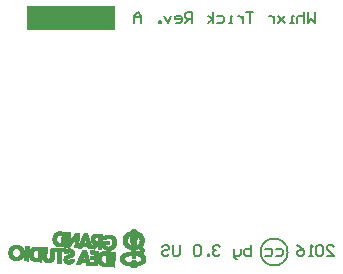
<source format=gbo>
%FSLAX24Y24*%
%MOIN*%
G70*
G01*
G75*
G04 Layer_Color=16776960*
%ADD10C,0.0620*%
%ADD11C,0.0600*%
%ADD12C,0.0200*%
%ADD13C,0.0080*%
%ADD14C,0.0079*%
%ADD15C,0.0100*%
%ADD16C,0.0700*%
%ADD17C,0.0680*%
%ADD18C,0.0005*%
%ADD19R,0.2980X0.0793*%
D13*
X8528Y-750D02*
G03*
X8528Y-750I-450J0D01*
G01*
X9825Y-870D02*
X10058D01*
X9825Y-637D01*
Y-578D01*
X9883Y-520D01*
X10000D01*
X10058Y-578D01*
X9708D02*
X9650Y-520D01*
X9533D01*
X9475Y-578D01*
Y-812D01*
X9533Y-870D01*
X9650D01*
X9708Y-812D01*
Y-578D01*
X9358Y-870D02*
X9242D01*
X9300D01*
Y-520D01*
X9358Y-578D01*
X8833Y-520D02*
X8950Y-578D01*
X9067Y-695D01*
Y-812D01*
X9008Y-870D01*
X8892D01*
X8833Y-812D01*
Y-753D01*
X8892Y-695D01*
X9067D01*
X8134Y-637D02*
X8309D01*
X8367Y-695D01*
Y-812D01*
X8309Y-870D01*
X8134D01*
X7784Y-637D02*
X7959D01*
X8017Y-695D01*
Y-812D01*
X7959Y-870D01*
X7784D01*
X7317Y-520D02*
Y-870D01*
X7142D01*
X7084Y-812D01*
Y-753D01*
Y-695D01*
X7142Y-637D01*
X7317D01*
X6967D02*
Y-812D01*
X6909Y-870D01*
X6734D01*
Y-928D01*
X6792Y-987D01*
X6851D01*
X6734Y-870D02*
Y-637D01*
X6268Y-578D02*
X6209Y-520D01*
X6093D01*
X6034Y-578D01*
Y-637D01*
X6093Y-695D01*
X6151D01*
X6093D01*
X6034Y-753D01*
Y-812D01*
X6093Y-870D01*
X6209D01*
X6268Y-812D01*
X5918Y-870D02*
Y-812D01*
X5859D01*
Y-870D01*
X5918D01*
X5626Y-578D02*
X5568Y-520D01*
X5451D01*
X5393Y-578D01*
Y-812D01*
X5451Y-870D01*
X5568D01*
X5626Y-812D01*
Y-578D01*
X4926Y-520D02*
Y-812D01*
X4868Y-870D01*
X4751D01*
X4693Y-812D01*
Y-520D01*
X4343Y-578D02*
X4401Y-520D01*
X4518D01*
X4576Y-578D01*
Y-637D01*
X4518Y-695D01*
X4401D01*
X4343Y-753D01*
Y-812D01*
X4401Y-870D01*
X4518D01*
X4576Y-812D01*
X9430Y7245D02*
Y6895D01*
X9313Y7012D01*
X9197Y6895D01*
Y7245D01*
X9080D02*
Y6895D01*
Y7070D01*
X9022Y7128D01*
X8905D01*
X8847Y7070D01*
Y6895D01*
X8730D02*
X8614D01*
X8672D01*
Y7128D01*
X8730D01*
X8439D02*
X8205Y6895D01*
X8322Y7012D01*
X8205Y7128D01*
X8439Y6895D01*
X8089Y7128D02*
Y6895D01*
Y7012D01*
X8030Y7070D01*
X7972Y7128D01*
X7914D01*
X7389Y7245D02*
X7156D01*
X7272D01*
Y6895D01*
X7039Y7128D02*
Y6895D01*
Y7012D01*
X6981Y7070D01*
X6922Y7128D01*
X6864D01*
X6689Y6895D02*
X6573D01*
X6631D01*
Y7128D01*
X6689D01*
X6164D02*
X6339D01*
X6398Y7070D01*
Y6953D01*
X6339Y6895D01*
X6164D01*
X6048D02*
Y7245D01*
Y7012D02*
X5873Y7128D01*
X6048Y7012D02*
X5873Y6895D01*
X5348D02*
Y7245D01*
X5173D01*
X5115Y7187D01*
Y7070D01*
X5173Y7012D01*
X5348D01*
X5231D02*
X5115Y6895D01*
X4823D02*
X4940D01*
X4998Y6953D01*
Y7070D01*
X4940Y7128D01*
X4823D01*
X4765Y7070D01*
Y7012D01*
X4998D01*
X4648Y7128D02*
X4532Y6895D01*
X4415Y7128D01*
X4298Y6895D02*
Y6953D01*
X4240D01*
Y6895D01*
X4298D01*
X3657D02*
Y7128D01*
X3540Y7245D01*
X3424Y7128D01*
Y6895D01*
Y7070D01*
X3657D01*
D18*
X3280Y-330D02*
X3495D01*
X3358Y-1262D02*
X3417D01*
X3344Y-1258D02*
X3435D01*
X3335Y-1253D02*
X3445D01*
X3326Y-1249D02*
X3454D01*
X3317Y-1244D02*
X3458D01*
X3312Y-1239D02*
X3463D01*
X2731Y-1235D02*
X2741D01*
X3307D02*
X3472D01*
X2672Y-1230D02*
X2741D01*
X3303D02*
X3477D01*
X2617Y-1226D02*
X2741D01*
X3298D02*
X3481D01*
X2535Y-1221D02*
X2585D01*
X2617D02*
X2741D01*
X3294D02*
X3481D01*
X2475Y-1217D02*
X2585D01*
X2617D02*
X2741D01*
X3289D02*
X3486D01*
X2402Y-1212D02*
X2585D01*
X2617D02*
X2741D01*
X3285D02*
X3490D01*
X2361Y-1207D02*
X2585D01*
X2617D02*
X2741D01*
X3285D02*
X3490D01*
X2343Y-1203D02*
X2585D01*
X2617D02*
X2741D01*
X3280D02*
X3495D01*
X2325Y-1198D02*
X2585D01*
X2617D02*
X2745D01*
X3275D02*
X3499D01*
X2142Y-1194D02*
X2178D01*
X2315D02*
X2585D01*
X2617D02*
X2745D01*
X3253D02*
X3499D01*
X2069Y-1189D02*
X2178D01*
X2302D02*
X2585D01*
X2617D02*
X2745D01*
X3211D02*
X3504D01*
X2009Y-1185D02*
X2178D01*
X2293D02*
X2585D01*
X2617D02*
X2745D01*
X3189D02*
X3527D01*
X1950Y-1180D02*
X2178D01*
X2283D02*
X2590D01*
X2617D02*
X2745D01*
X3166D02*
X3550D01*
X1872Y-1175D02*
X2178D01*
X2279D02*
X2590D01*
X2617D02*
X2745D01*
X3147D02*
X3573D01*
X1826Y-1171D02*
X2183D01*
X2270D02*
X2590D01*
X2617D02*
X2745D01*
X3129D02*
X3591D01*
X1822Y-1166D02*
X2183D01*
X2265D02*
X2590D01*
X2617D02*
X2745D01*
X3115D02*
X3605D01*
X1822Y-1162D02*
X2183D01*
X2261D02*
X2590D01*
X2617D02*
X2745D01*
X3102D02*
X3618D01*
X1822Y-1157D02*
X2183D01*
X2251D02*
X2590D01*
X2622D02*
X2745D01*
X3088D02*
X3632D01*
X1543Y-1153D02*
X1607D01*
X1817D02*
X2183D01*
X2247D02*
X2590D01*
X2622D02*
X2745D01*
X3079D02*
X3646D01*
X1479Y-1148D02*
X1607D01*
X1817D02*
X2183D01*
X2242D02*
X2590D01*
X2622D02*
X2745D01*
X3070D02*
X3655D01*
X1470Y-1143D02*
X1611D01*
X1817D02*
X2183D01*
X2238D02*
X2590D01*
X2622D02*
X2745D01*
X3061D02*
X3664D01*
X1209Y-1139D02*
X1264D01*
X1474D02*
X1611D01*
X1817D02*
X2183D01*
X2233D02*
X2590D01*
X2622D02*
X2750D01*
X3051D02*
X3673D01*
X1177Y-1134D02*
X1291D01*
X1474D02*
X1616D01*
X1813D02*
X2183D01*
X2229D02*
X2590D01*
X2622D02*
X2750D01*
X3042D02*
X3682D01*
X1159Y-1130D02*
X1305D01*
X1474D02*
X1616D01*
X1813D02*
X2183D01*
X2229D02*
X2590D01*
X2622D02*
X2750D01*
X3038D02*
X3691D01*
X1150Y-1125D02*
X1319D01*
X1479D02*
X1616D01*
X1813D02*
X2183D01*
X2224D02*
X2590D01*
X2622D02*
X2750D01*
X3029D02*
X3701D01*
X1136Y-1121D02*
X1328D01*
X1479D02*
X1621D01*
X1808D02*
X2183D01*
X2219D02*
X2594D01*
X2622D02*
X2750D01*
X3024D02*
X3705D01*
X1127Y-1116D02*
X1337D01*
X1483D02*
X1621D01*
X1808D02*
X2183D01*
X2215D02*
X2594D01*
X2622D02*
X2750D01*
X3015D02*
X3714D01*
X944Y-1111D02*
X962D01*
X1118D02*
X1346D01*
X1483D02*
X1625D01*
X1808D02*
X2183D01*
X2215D02*
X2594D01*
X2622D02*
X2750D01*
X3010D02*
X3719D01*
X880Y-1107D02*
X962D01*
X1113D02*
X1351D01*
X1488D02*
X1625D01*
X1808D02*
X2187D01*
X2210D02*
X2594D01*
X2622D02*
X2750D01*
X3006D02*
X3723D01*
X839Y-1102D02*
X962D01*
X1104D02*
X1355D01*
X1488D02*
X1625D01*
X1803D02*
X2187D01*
X2210D02*
X2439D01*
X2466D02*
X2594D01*
X2622D02*
X2750D01*
X3001D02*
X3728D01*
X834Y-1098D02*
X962D01*
X1099D02*
X1360D01*
X1493D02*
X1630D01*
X1785D02*
X2187D01*
X2206D02*
X2389D01*
X2466D02*
X2594D01*
X2626D02*
X2750D01*
X2997D02*
X3737D01*
X834Y-1093D02*
X962D01*
X1095D02*
X1365D01*
X1493D02*
X1630D01*
X1726D02*
X2187D01*
X2201D02*
X2375D01*
X2466D02*
X2594D01*
X2626D02*
X2750D01*
X2992D02*
X3742D01*
X501Y-1089D02*
X597D01*
X839D02*
X962D01*
X1090D02*
X1369D01*
X1497D02*
X1634D01*
X1653D02*
X2187D01*
X2201D02*
X2361D01*
X2466D02*
X2594D01*
X2626D02*
X2750D01*
X2987D02*
X3746D01*
X482Y-1084D02*
X615D01*
X839D02*
X962D01*
X1086D02*
X1374D01*
X1497D02*
X2187D01*
X2201D02*
X2352D01*
X2466D02*
X2594D01*
X2626D02*
X2750D01*
X2983D02*
X3266D01*
X3280D02*
X3746D01*
X469Y-1079D02*
X624D01*
X839D02*
X962D01*
X1081D02*
X1378D01*
X1502D02*
X2187D01*
X2197D02*
X2347D01*
X2466D02*
X2594D01*
X2626D02*
X2750D01*
X2978D02*
X3230D01*
X3285D02*
X3751D01*
X455Y-1075D02*
X638D01*
X839D02*
X962D01*
X1081D02*
X1383D01*
X1502D02*
X2037D01*
X2064D02*
X2187D01*
X2197D02*
X2343D01*
X2471D02*
X2594D01*
X2626D02*
X2750D01*
X2974D02*
X3202D01*
X3285D02*
X3490D01*
X3504D02*
X3755D01*
X446Y-1070D02*
X647D01*
X839D02*
X967D01*
X1077D02*
X1383D01*
X1506D02*
X1973D01*
X2069D02*
X2187D01*
X2192D02*
X2334D01*
X2471D02*
X2594D01*
X2626D02*
X2750D01*
X2974D02*
X3184D01*
X3289D02*
X3486D01*
X3522D02*
X3760D01*
X281Y-1066D02*
X318D01*
X437D02*
X652D01*
X839D02*
X967D01*
X1072D02*
X1387D01*
X1506D02*
X1922D01*
X2069D02*
X2187D01*
X2192D02*
X2329D01*
X2471D02*
X2594D01*
X2626D02*
X2754D01*
X2969D02*
X3170D01*
X3294D02*
X3481D01*
X3545D02*
X3765D01*
X222Y-1061D02*
X318D01*
X432D02*
X661D01*
X839D02*
X967D01*
X1072D02*
X1387D01*
X1511D02*
X1922D01*
X2069D02*
X2329D01*
X2471D02*
X2594D01*
X2626D02*
X2754D01*
X2965D02*
X3157D01*
X3294D02*
X3477D01*
X3559D02*
X3765D01*
X158Y-1057D02*
X318D01*
X423D02*
X665D01*
X839D02*
X967D01*
X1067D02*
X1392D01*
X1511D02*
X1922D01*
X2069D02*
X2325D01*
X2471D02*
X2594D01*
X2626D02*
X2754D01*
X2965D02*
X3147D01*
X3298D02*
X3477D01*
X3573D02*
X3769D01*
X98Y-1052D02*
X318D01*
X418D02*
X674D01*
X839D02*
X967D01*
X1067D02*
X1392D01*
X1515D02*
X1918D01*
X2069D02*
X2320D01*
X2471D02*
X2594D01*
X2626D02*
X2754D01*
X2960D02*
X3138D01*
X3303D02*
X3467D01*
X3586D02*
X3769D01*
X80Y-1047D02*
X318D01*
X414D02*
X679D01*
X839D02*
X967D01*
X1063D02*
X1397D01*
X1515D02*
X1918D01*
X2069D02*
X2320D01*
X2471D02*
X2599D01*
X2626D02*
X2754D01*
X2960D02*
X3129D01*
X3307D02*
X3463D01*
X3595D02*
X3774D01*
X62Y-1043D02*
X318D01*
X409D02*
X684D01*
X839D02*
X967D01*
X1063D02*
X1397D01*
X1520D02*
X1918D01*
X2069D02*
X2315D01*
X2471D02*
X2599D01*
X2626D02*
X2754D01*
X2955D02*
X3125D01*
X3317D02*
X3458D01*
X3605D02*
X3774D01*
X48Y-1038D02*
X318D01*
X405D02*
X688D01*
X839D02*
X967D01*
X1063D02*
X1397D01*
X1520D02*
X1913D01*
X2069D02*
X2315D01*
X2471D02*
X2599D01*
X2626D02*
X2754D01*
X2955D02*
X3115D01*
X3321D02*
X3454D01*
X3614D02*
X3778D01*
X-171Y-1034D02*
X-130D01*
X39D02*
X318D01*
X400D02*
X693D01*
X839D02*
X967D01*
X1058D02*
X1401D01*
X1525D02*
X1913D01*
X2069D02*
X2311D01*
X2471D02*
X2599D01*
X2626D02*
X2754D01*
X2951D02*
X3111D01*
X3330D02*
X3445D01*
X3618D02*
X3778D01*
X-244Y-1029D02*
X-130D01*
X30D02*
X322D01*
X396D02*
X697D01*
X843D02*
X967D01*
X1058D02*
X1209D01*
X1250D02*
X1401D01*
X1525D02*
X1913D01*
X2069D02*
X2311D01*
X2471D02*
X2599D01*
X2626D02*
X2754D01*
X2951D02*
X3106D01*
X3339D02*
X3435D01*
X3627D02*
X3778D01*
X-258Y-1025D02*
X-130D01*
X21D02*
X322D01*
X391D02*
X697D01*
X843D02*
X967D01*
X1058D02*
X1200D01*
X1255D02*
X1401D01*
X1525D02*
X1909D01*
X2069D02*
X2311D01*
X2471D02*
X2599D01*
X2631D02*
X2754D01*
X2951D02*
X3102D01*
X3349D02*
X3422D01*
X3632D02*
X3783D01*
X-258Y-1020D02*
X-130D01*
X12D02*
X322D01*
X386D02*
X702D01*
X843D02*
X967D01*
X1058D02*
X1195D01*
X1264D02*
X1401D01*
X1529D02*
X1909D01*
X2069D02*
X2306D01*
X2471D02*
X2599D01*
X2631D02*
X2754D01*
X2946D02*
X3097D01*
X3637D02*
X3783D01*
X-564Y-1015D02*
X-478D01*
X-258D02*
X-130D01*
X7D02*
X322D01*
X386D02*
X706D01*
X843D02*
X967D01*
X1058D02*
X1191D01*
X1264D02*
X1406D01*
X1529D02*
X1909D01*
X2069D02*
X2306D01*
X2471D02*
X2599D01*
X2631D02*
X2754D01*
X2946D02*
X3097D01*
X3641D02*
X3783D01*
X-587Y-1011D02*
X-455D01*
X-258D02*
X-130D01*
X-2D02*
X322D01*
X382D02*
X706D01*
X843D02*
X971D01*
X1058D02*
X1186D01*
X1269D02*
X1406D01*
X1534D02*
X1904D01*
X2069D02*
X2306D01*
X2471D02*
X2599D01*
X2631D02*
X2754D01*
X2946D02*
X3093D01*
X3641D02*
X3783D01*
X-606Y-1006D02*
X-436D01*
X-254D02*
X-130D01*
X-7D02*
X322D01*
X377D02*
X711D01*
X843D02*
X971D01*
X1054D02*
X1186D01*
X1273D02*
X1406D01*
X1534D02*
X1904D01*
X2073D02*
X2306D01*
X2475D02*
X2599D01*
X2631D02*
X2754D01*
X2946D02*
X3088D01*
X3646D02*
X3783D01*
X-619Y-1002D02*
X-427D01*
X-254D02*
X-130D01*
X-11D02*
X322D01*
X377D02*
X715D01*
X843D02*
X971D01*
X1054D02*
X1182D01*
X1273D02*
X1406D01*
X1538D02*
X1904D01*
X2073D02*
X2302D01*
X2475D02*
X2599D01*
X2631D02*
X2759D01*
X2942D02*
X3088D01*
X3646D02*
X3787D01*
X-628Y-997D02*
X-414D01*
X-254D02*
X-130D01*
X-16D02*
X322D01*
X373D02*
X715D01*
X843D02*
X971D01*
X1054D02*
X1182D01*
X1278D02*
X1406D01*
X1538D02*
X1899D01*
X2073D02*
X2302D01*
X2475D02*
X2599D01*
X2631D02*
X2759D01*
X2942D02*
X3083D01*
X3650D02*
X3787D01*
X-638Y-993D02*
X-404D01*
X-254D02*
X-130D01*
X-20D02*
X322D01*
X373D02*
X715D01*
X843D02*
X971D01*
X1054D02*
X1182D01*
X1278D02*
X1406D01*
X1543D02*
X1726D01*
X1776D02*
X1899D01*
X2059D02*
X2302D01*
X2475D02*
X2599D01*
X2631D02*
X2759D01*
X2942D02*
X3083D01*
X3650D02*
X3787D01*
X-651Y-988D02*
X-395D01*
X-254D02*
X-130D01*
X-25D02*
X322D01*
X368D02*
X720D01*
X843D02*
X971D01*
X1054D02*
X1182D01*
X1278D02*
X1406D01*
X1543D02*
X1675D01*
X1776D02*
X1899D01*
X1986D02*
X2302D01*
X2475D02*
X2603D01*
X2631D02*
X2759D01*
X2942D02*
X3083D01*
X3650D02*
X3787D01*
X-656Y-983D02*
X-386D01*
X-254D02*
X-130D01*
X-30D02*
X322D01*
X368D02*
X720D01*
X843D02*
X971D01*
X1054D02*
X1182D01*
X1278D02*
X1406D01*
X1547D02*
X1675D01*
X1771D02*
X1895D01*
X1927D02*
X2302D01*
X2475D02*
X2603D01*
X2631D02*
X2759D01*
X2942D02*
X3079D01*
X3655D02*
X3787D01*
X-665Y-979D02*
X-382D01*
X-254D02*
X-130D01*
X-34D02*
X322D01*
X368D02*
X523D01*
X565D02*
X725D01*
X843D02*
X971D01*
X1054D02*
X1182D01*
X1282D02*
X1401D01*
X1547D02*
X1680D01*
X1771D02*
X1895D01*
X1922D02*
X2302D01*
X2475D02*
X2603D01*
X2631D02*
X2759D01*
X2942D02*
X3079D01*
X3655D02*
X3787D01*
X-670Y-974D02*
X-372D01*
X-254D02*
X-126D01*
X-39D02*
X322D01*
X364D02*
X510D01*
X574D02*
X725D01*
X843D02*
X971D01*
X1054D02*
X1182D01*
X1282D02*
X1328D01*
X1552D02*
X1680D01*
X1771D02*
X1895D01*
X1922D02*
X2302D01*
X2475D02*
X2603D01*
X2631D02*
X2759D01*
X2942D02*
X3079D01*
X3655D02*
X3787D01*
X-679Y-970D02*
X-368D01*
X-254D02*
X-126D01*
X-43D02*
X327D01*
X364D02*
X505D01*
X583D02*
X725D01*
X843D02*
X971D01*
X1058D02*
X1186D01*
X1552D02*
X1680D01*
X1771D02*
X1890D01*
X1927D02*
X2302D01*
X2475D02*
X2603D01*
X2631D02*
X2759D01*
X2942D02*
X3079D01*
X3655D02*
X3787D01*
X-683Y-965D02*
X-359D01*
X-254D02*
X-126D01*
X-48D02*
X327D01*
X364D02*
X496D01*
X587D02*
X725D01*
X848D02*
X971D01*
X1058D02*
X1186D01*
X1557D02*
X1685D01*
X1767D02*
X1890D01*
X1927D02*
X2302D01*
X2475D02*
X2603D01*
X2631D02*
X2759D01*
X2942D02*
X3079D01*
X3655D02*
X3787D01*
X-692Y-961D02*
X-354D01*
X-254D02*
X-126D01*
X-48D02*
X327D01*
X359D02*
X496D01*
X592D02*
X729D01*
X848D02*
X971D01*
X1058D02*
X1191D01*
X1557D02*
X1685D01*
X1767D02*
X1890D01*
X1927D02*
X2302D01*
X2475D02*
X2603D01*
X2635D02*
X2759D01*
X2942D02*
X3079D01*
X3655D02*
X3787D01*
X-697Y-956D02*
X-350D01*
X-254D02*
X-126D01*
X-52D02*
X327D01*
X359D02*
X492D01*
X592D02*
X729D01*
X848D02*
X971D01*
X1058D02*
X1195D01*
X1561D02*
X1689D01*
X1767D02*
X1886D01*
X1927D02*
X2302D01*
X2475D02*
X2603D01*
X2635D02*
X2759D01*
X2942D02*
X3079D01*
X3650D02*
X3787D01*
X-702Y-951D02*
X-345D01*
X-254D02*
X-126D01*
X-57D02*
X327D01*
X359D02*
X492D01*
X597D02*
X729D01*
X848D02*
X971D01*
X1058D02*
X1200D01*
X1561D02*
X1689D01*
X1767D02*
X1886D01*
X1927D02*
X2302D01*
X2475D02*
X2603D01*
X2635D02*
X2759D01*
X2942D02*
X3079D01*
X3650D02*
X3787D01*
X-706Y-947D02*
X-340D01*
X-254D02*
X-126D01*
X-57D02*
X185D01*
X199D02*
X327D01*
X359D02*
X487D01*
X597D02*
X729D01*
X848D02*
X971D01*
X1058D02*
X1209D01*
X1566D02*
X1689D01*
X1767D02*
X1886D01*
X1927D02*
X2302D01*
X2475D02*
X2603D01*
X2635D02*
X2759D01*
X2942D02*
X3079D01*
X3650D02*
X3783D01*
X-711Y-942D02*
X-336D01*
X-254D02*
X-126D01*
X-62D02*
X126D01*
X199D02*
X327D01*
X359D02*
X487D01*
X601D02*
X729D01*
X848D02*
X971D01*
X1063D02*
X1218D01*
X1566D02*
X1694D01*
X1762D02*
X1881D01*
X1927D02*
X2306D01*
X2480D02*
X2603D01*
X2635D02*
X2763D01*
X2942D02*
X3079D01*
X3646D02*
X3783D01*
X-715Y-938D02*
X-331D01*
X-254D02*
X-126D01*
X-62D02*
X112D01*
X199D02*
X327D01*
X359D02*
X487D01*
X601D02*
X729D01*
X848D02*
X976D01*
X1063D02*
X1227D01*
X1570D02*
X1694D01*
X1762D02*
X1881D01*
X1927D02*
X2306D01*
X2480D02*
X2603D01*
X2635D02*
X2763D01*
X2942D02*
X3083D01*
X3646D02*
X3783D01*
X-720Y-933D02*
X-327D01*
X-249D02*
X-126D01*
X-66D02*
X98D01*
X199D02*
X327D01*
X359D02*
X482D01*
X601D02*
X734D01*
X848D02*
X976D01*
X1063D02*
X1241D01*
X1570D02*
X1694D01*
X1762D02*
X1881D01*
X1927D02*
X2306D01*
X2480D02*
X2603D01*
X2635D02*
X2763D01*
X2942D02*
X3083D01*
X3349D02*
X3426D01*
X3641D02*
X3783D01*
X-724Y-929D02*
X-322D01*
X-249D02*
X-126D01*
X-66D02*
X89D01*
X199D02*
X327D01*
X354D02*
X482D01*
X606D02*
X734D01*
X848D02*
X976D01*
X1067D02*
X1255D01*
X1575D02*
X1698D01*
X1762D02*
X1877D01*
X1927D02*
X2306D01*
X2480D02*
X2603D01*
X2635D02*
X2763D01*
X2942D02*
X3088D01*
X3349D02*
X3426D01*
X3641D02*
X3783D01*
X-729Y-924D02*
X-318D01*
X-249D02*
X-126D01*
X-71D02*
X80D01*
X204D02*
X327D01*
X354D02*
X482D01*
X606D02*
X734D01*
X848D02*
X976D01*
X1067D02*
X1269D01*
X1575D02*
X1698D01*
X1758D02*
X1877D01*
X1927D02*
X2306D01*
X2480D02*
X2603D01*
X2635D02*
X2763D01*
X2946D02*
X3088D01*
X3349D02*
X3426D01*
X3637D02*
X3778D01*
X-729Y-919D02*
X-318D01*
X-249D02*
X-126D01*
X-71D02*
X76D01*
X204D02*
X327D01*
X354D02*
X482D01*
X606D02*
X734D01*
X848D02*
X976D01*
X1072D02*
X1282D01*
X1579D02*
X1703D01*
X1758D02*
X1877D01*
X1927D02*
X2311D01*
X2480D02*
X2603D01*
X2635D02*
X2763D01*
X2946D02*
X3093D01*
X3349D02*
X3426D01*
X3632D02*
X3778D01*
X-734Y-915D02*
X-313D01*
X-249D02*
X-126D01*
X-71D02*
X71D01*
X204D02*
X327D01*
X354D02*
X482D01*
X606D02*
X734D01*
X848D02*
X976D01*
X1077D02*
X1296D01*
X1579D02*
X1703D01*
X1758D02*
X1877D01*
X1927D02*
X2311D01*
X2480D02*
X2608D01*
X2635D02*
X2763D01*
X2946D02*
X3097D01*
X3349D02*
X3426D01*
X3627D02*
X3778D01*
X-738Y-910D02*
X-308D01*
X-249D02*
X-121D01*
X-75D02*
X66D01*
X204D02*
X327D01*
X354D02*
X482D01*
X606D02*
X734D01*
X848D02*
X976D01*
X1077D02*
X1305D01*
X1579D02*
X1703D01*
X1758D02*
X1872D01*
X1931D02*
X2311D01*
X2480D02*
X2608D01*
X2635D02*
X2763D01*
X2946D02*
X3102D01*
X3349D02*
X3426D01*
X3623D02*
X3774D01*
X-743Y-906D02*
X-546D01*
X-505D02*
X-308D01*
X-249D02*
X-121D01*
X-75D02*
X62D01*
X204D02*
X332D01*
X354D02*
X482D01*
X606D02*
X734D01*
X848D02*
X976D01*
X1081D02*
X1319D01*
X1584D02*
X1707D01*
X1753D02*
X1872D01*
X1931D02*
X2315D01*
X2480D02*
X2608D01*
X2635D02*
X2763D01*
X2951D02*
X3106D01*
X3349D02*
X3426D01*
X3618D02*
X3774D01*
X-743Y-901D02*
X-564D01*
X-487D02*
X-304D01*
X-249D02*
X-121D01*
X-80D02*
X57D01*
X204D02*
X332D01*
X354D02*
X482D01*
X610D02*
X734D01*
X848D02*
X976D01*
X1086D02*
X1328D01*
X1584D02*
X1707D01*
X1753D02*
X1872D01*
X1931D02*
X2315D01*
X2480D02*
X2608D01*
X2640D02*
X2763D01*
X2951D02*
X3115D01*
X3349D02*
X3431D01*
X3614D02*
X3774D01*
X-747Y-897D02*
X-578D01*
X-473D02*
X-299D01*
X-249D02*
X-121D01*
X-80D02*
X53D01*
X204D02*
X332D01*
X354D02*
X482D01*
X610D02*
X734D01*
X848D02*
X976D01*
X1090D02*
X1337D01*
X1589D02*
X1707D01*
X1753D02*
X1867D01*
X1931D02*
X2315D01*
X2480D02*
X2608D01*
X2640D02*
X2763D01*
X2951D02*
X3120D01*
X3344D02*
X3431D01*
X3605D02*
X3769D01*
X-752Y-892D02*
X-587D01*
X-464D02*
X-299D01*
X-249D02*
X-121D01*
X-80D02*
X53D01*
X204D02*
X332D01*
X354D02*
X482D01*
X610D02*
X734D01*
X853D02*
X976D01*
X1095D02*
X1346D01*
X1589D02*
X1712D01*
X1753D02*
X1867D01*
X1931D02*
X2320D01*
X2480D02*
X2608D01*
X2640D02*
X2763D01*
X2955D02*
X3129D01*
X3344D02*
X3431D01*
X3600D02*
X3769D01*
X-752Y-887D02*
X-596D01*
X-455D02*
X-295D01*
X-249D02*
X-121D01*
X-80D02*
X48D01*
X204D02*
X332D01*
X354D02*
X482D01*
X610D02*
X734D01*
X853D02*
X976D01*
X1099D02*
X1351D01*
X1593D02*
X1712D01*
X1749D02*
X1867D01*
X1931D02*
X2320D01*
X2480D02*
X2608D01*
X2640D02*
X2763D01*
X2955D02*
X3138D01*
X3344D02*
X3431D01*
X3591D02*
X3765D01*
X-756Y-883D02*
X-601D01*
X-450D02*
X-295D01*
X-249D02*
X-121D01*
X-84D02*
X48D01*
X204D02*
X332D01*
X354D02*
X482D01*
X610D02*
X734D01*
X853D02*
X976D01*
X1104D02*
X1360D01*
X1593D02*
X1717D01*
X1749D02*
X1863D01*
X1931D02*
X2325D01*
X2480D02*
X2608D01*
X2640D02*
X2763D01*
X2960D02*
X3152D01*
X3344D02*
X3431D01*
X3582D02*
X3765D01*
X-756Y-878D02*
X-606D01*
X-446D02*
X-290D01*
X-249D02*
X-121D01*
X-84D02*
X44D01*
X204D02*
X332D01*
X359D02*
X482D01*
X610D02*
X734D01*
X853D02*
X976D01*
X1109D02*
X1365D01*
X1598D02*
X1717D01*
X1749D02*
X1863D01*
X1931D02*
X2023D01*
X2078D02*
X2325D01*
X2480D02*
X2608D01*
X2640D02*
X2763D01*
X2960D02*
X3166D01*
X3344D02*
X3431D01*
X3573D02*
X3760D01*
X-761Y-874D02*
X-615D01*
X-436D02*
X-290D01*
X-249D02*
X-121D01*
X-84D02*
X44D01*
X204D02*
X332D01*
X359D02*
X482D01*
X610D02*
X738D01*
X853D02*
X981D01*
X1118D02*
X1369D01*
X1598D02*
X1717D01*
X1749D02*
X1863D01*
X1931D02*
X1950D01*
X2078D02*
X2329D01*
X2480D02*
X2608D01*
X2640D02*
X2763D01*
X2965D02*
X3179D01*
X3344D02*
X3431D01*
X3563D02*
X3755D01*
X-761Y-869D02*
X-619D01*
X-432D02*
X-286D01*
X-244D02*
X-121D01*
X-84D02*
X44D01*
X204D02*
X332D01*
X359D02*
X482D01*
X610D02*
X738D01*
X853D02*
X981D01*
X1122D02*
X1374D01*
X1602D02*
X1721D01*
X1744D02*
X1858D01*
X2082D02*
X2334D01*
X2485D02*
X2608D01*
X2640D02*
X2768D01*
X2965D02*
X3198D01*
X3344D02*
X3431D01*
X3550D02*
X3755D01*
X-766Y-865D02*
X-624D01*
X-427D02*
X-286D01*
X-244D02*
X-121D01*
X-84D02*
X39D01*
X208D02*
X332D01*
X359D02*
X482D01*
X610D02*
X738D01*
X853D02*
X981D01*
X1131D02*
X1378D01*
X1602D02*
X1721D01*
X1744D02*
X1858D01*
X2082D02*
X2338D01*
X2485D02*
X2608D01*
X2640D02*
X2768D01*
X2969D02*
X3221D01*
X3344D02*
X3431D01*
X3536D02*
X3751D01*
X-766Y-860D02*
X-624D01*
X-427D02*
X-281D01*
X-244D02*
X-121D01*
X-89D02*
X39D01*
X208D02*
X332D01*
X359D02*
X487D01*
X610D02*
X738D01*
X853D02*
X981D01*
X1141D02*
X1383D01*
X1607D02*
X1726D01*
X1744D02*
X1858D01*
X2082D02*
X2343D01*
X2485D02*
X2608D01*
X2640D02*
X2768D01*
X2974D02*
X3248D01*
X3344D02*
X3431D01*
X3518D02*
X3746D01*
X-766Y-855D02*
X-628D01*
X-423D02*
X-281D01*
X-244D02*
X-121D01*
X-89D02*
X39D01*
X208D02*
X332D01*
X359D02*
X487D01*
X610D02*
X738D01*
X853D02*
X981D01*
X1150D02*
X1387D01*
X1607D02*
X1726D01*
X1744D02*
X1854D01*
X2082D02*
X2347D01*
X2485D02*
X2608D01*
X2640D02*
X2768D01*
X2974D02*
X3285D01*
X3339D02*
X3431D01*
X3495D02*
X3742D01*
X-770Y-851D02*
X-633D01*
X-418D02*
X-281D01*
X-244D02*
X-116D01*
X-89D02*
X39D01*
X208D02*
X332D01*
X359D02*
X487D01*
X610D02*
X738D01*
X853D02*
X981D01*
X1159D02*
X1387D01*
X1611D02*
X1726D01*
X1744D02*
X1854D01*
X2082D02*
X2352D01*
X2485D02*
X2613D01*
X2640D02*
X2768D01*
X2978D02*
X3435D01*
X3454D02*
X3737D01*
X-770Y-846D02*
X-638D01*
X-414D02*
X-276D01*
X-244D02*
X-116D01*
X-89D02*
X39D01*
X208D02*
X332D01*
X359D02*
X487D01*
X610D02*
X738D01*
X853D02*
X981D01*
X1173D02*
X1392D01*
X1611D02*
X1730D01*
X1739D02*
X1854D01*
X2082D02*
X2361D01*
X2485D02*
X2613D01*
X2640D02*
X2768D01*
X2983D02*
X3733D01*
X-770Y-842D02*
X-638D01*
X-414D02*
X-276D01*
X-244D02*
X-116D01*
X-89D02*
X39D01*
X208D02*
X332D01*
X359D02*
X487D01*
X610D02*
X738D01*
X853D02*
X981D01*
X1182D02*
X1397D01*
X1616D02*
X1730D01*
X1739D02*
X1849D01*
X2082D02*
X2366D01*
X2485D02*
X2613D01*
X2640D02*
X2768D01*
X2987D02*
X3728D01*
X-775Y-837D02*
X-642D01*
X-409D02*
X-276D01*
X-244D02*
X-116D01*
X-89D02*
X34D01*
X208D02*
X332D01*
X359D02*
X487D01*
X610D02*
X738D01*
X853D02*
X981D01*
X1195D02*
X1397D01*
X1616D02*
X1730D01*
X1739D02*
X1849D01*
X2082D02*
X2379D01*
X2485D02*
X2613D01*
X2640D02*
X2768D01*
X2992D02*
X3723D01*
X-775Y-833D02*
X-642D01*
X-409D02*
X-272D01*
X-244D02*
X-116D01*
X-89D02*
X34D01*
X208D02*
X336D01*
X359D02*
X487D01*
X615D02*
X738D01*
X857D02*
X981D01*
X1209D02*
X1401D01*
X1621D02*
X1735D01*
X1739D02*
X1849D01*
X2082D02*
X2206D01*
X2210D02*
X2398D01*
X2453D02*
X2613D01*
X2640D02*
X2768D01*
X2997D02*
X3714D01*
X-775Y-828D02*
X-647D01*
X-404D02*
X-272D01*
X-244D02*
X-116D01*
X-89D02*
X34D01*
X208D02*
X336D01*
X359D02*
X487D01*
X615D02*
X738D01*
X857D02*
X981D01*
X1223D02*
X1401D01*
X1621D02*
X1845D01*
X2082D02*
X2206D01*
X2210D02*
X2613D01*
X2645D02*
X2768D01*
X3001D02*
X3710D01*
X-779Y-823D02*
X-647D01*
X-404D02*
X-272D01*
X-244D02*
X-116D01*
X-89D02*
X34D01*
X208D02*
X336D01*
X359D02*
X487D01*
X615D02*
X738D01*
X857D02*
X981D01*
X1232D02*
X1406D01*
X1625D02*
X1845D01*
X2082D02*
X2206D01*
X2215D02*
X2613D01*
X2645D02*
X2768D01*
X3006D02*
X3701D01*
X-779Y-819D02*
X-651D01*
X-400D02*
X-272D01*
X-244D02*
X-116D01*
X-89D02*
X34D01*
X208D02*
X336D01*
X364D02*
X487D01*
X615D02*
X738D01*
X857D02*
X981D01*
X1246D02*
X1406D01*
X1625D02*
X1845D01*
X2082D02*
X2206D01*
X2219D02*
X2613D01*
X2645D02*
X2768D01*
X3015D02*
X3691D01*
X-779Y-814D02*
X-651D01*
X-400D02*
X-267D01*
X-244D02*
X-116D01*
X-89D02*
X34D01*
X208D02*
X336D01*
X364D02*
X487D01*
X615D02*
X743D01*
X857D02*
X981D01*
X1255D02*
X1406D01*
X1630D02*
X1840D01*
X2082D02*
X2206D01*
X2219D02*
X2613D01*
X2645D02*
X2768D01*
X3019D02*
X3682D01*
X-779Y-810D02*
X-651D01*
X-400D02*
X-267D01*
X-240D02*
X-116D01*
X-89D02*
X34D01*
X208D02*
X336D01*
X364D02*
X487D01*
X615D02*
X743D01*
X857D02*
X981D01*
X1264D02*
X1410D01*
X1630D02*
X1840D01*
X2082D02*
X2206D01*
X2224D02*
X2613D01*
X2645D02*
X2768D01*
X3029D02*
X3678D01*
X-779Y-805D02*
X-656D01*
X-395D02*
X-267D01*
X-240D02*
X-116D01*
X-89D02*
X34D01*
X208D02*
X336D01*
X364D02*
X487D01*
X615D02*
X743D01*
X857D02*
X985D01*
X1269D02*
X1410D01*
X1630D02*
X1840D01*
X2050D02*
X2206D01*
X2229D02*
X2613D01*
X2645D02*
X2773D01*
X3033D02*
X3664D01*
X-784Y-801D02*
X-656D01*
X-395D02*
X-267D01*
X-240D02*
X-116D01*
X-89D02*
X34D01*
X208D02*
X336D01*
X364D02*
X487D01*
X615D02*
X743D01*
X857D02*
X985D01*
X1273D02*
X1410D01*
X1634D02*
X1835D01*
X1986D02*
X2206D01*
X2229D02*
X2613D01*
X2645D02*
X2773D01*
X3042D02*
X3659D01*
X-784Y-796D02*
X-656D01*
X-395D02*
X-267D01*
X-240D02*
X-116D01*
X-89D02*
X39D01*
X208D02*
X336D01*
X364D02*
X487D01*
X615D02*
X743D01*
X857D02*
X985D01*
X1278D02*
X1410D01*
X1634D02*
X1835D01*
X1931D02*
X2206D01*
X2233D02*
X2613D01*
X2645D02*
X2773D01*
X3051D02*
X3664D01*
X-784Y-791D02*
X-656D01*
X-395D02*
X-267D01*
X-240D02*
X-116D01*
X-89D02*
X39D01*
X213D02*
X336D01*
X364D02*
X487D01*
X615D02*
X743D01*
X857D02*
X985D01*
X1282D02*
X1410D01*
X1639D02*
X1835D01*
X1931D02*
X2206D01*
X2238D02*
X2617D01*
X2645D02*
X2773D01*
X3061D02*
X3669D01*
X-784Y-787D02*
X-656D01*
X-391D02*
X-267D01*
X-240D02*
X-116D01*
X-89D02*
X39D01*
X213D02*
X336D01*
X364D02*
X492D01*
X615D02*
X743D01*
X857D02*
X985D01*
X1282D02*
X1415D01*
X1639D02*
X1831D01*
X1931D02*
X2206D01*
X2242D02*
X2617D01*
X2645D02*
X2773D01*
X3070D02*
X3678D01*
X-784Y-782D02*
X-656D01*
X-391D02*
X-263D01*
X-240D02*
X-116D01*
X-89D02*
X39D01*
X213D02*
X336D01*
X364D02*
X492D01*
X615D02*
X743D01*
X857D02*
X985D01*
X1287D02*
X1415D01*
X1643D02*
X1831D01*
X1931D02*
X2206D01*
X2247D02*
X2617D01*
X2645D02*
X2773D01*
X3083D02*
X3682D01*
X-784Y-778D02*
X-656D01*
X-391D02*
X-263D01*
X-240D02*
X-112D01*
X-89D02*
X39D01*
X213D02*
X336D01*
X364D02*
X492D01*
X615D02*
X743D01*
X857D02*
X985D01*
X1186D02*
X1200D01*
X1287D02*
X1415D01*
X1643D02*
X1831D01*
X1931D02*
X2210D01*
X2251D02*
X2617D01*
X2645D02*
X2773D01*
X3097D02*
X3691D01*
X-784Y-773D02*
X-656D01*
X-391D02*
X-263D01*
X-240D02*
X-112D01*
X-89D02*
X39D01*
X213D02*
X341D01*
X364D02*
X492D01*
X615D02*
X743D01*
X857D02*
X985D01*
X1113D02*
X1200D01*
X1287D02*
X1415D01*
X1648D02*
X1831D01*
X1936D02*
X2210D01*
X2256D02*
X2617D01*
X2645D02*
X2773D01*
X3111D02*
X3696D01*
X-784Y-769D02*
X-660D01*
X-391D02*
X-263D01*
X-240D02*
X-112D01*
X-89D02*
X39D01*
X213D02*
X341D01*
X364D02*
X492D01*
X619D02*
X743D01*
X857D02*
X985D01*
X1072D02*
X1200D01*
X1287D02*
X1415D01*
X1648D02*
X1826D01*
X1936D02*
X2210D01*
X2261D02*
X2617D01*
X2645D02*
X2773D01*
X3125D02*
X3701D01*
X-784Y-764D02*
X-660D01*
X-391D02*
X-263D01*
X-240D02*
X-112D01*
X-84D02*
X44D01*
X213D02*
X341D01*
X364D02*
X492D01*
X619D02*
X743D01*
X857D02*
X985D01*
X1072D02*
X1205D01*
X1287D02*
X1410D01*
X1653D02*
X1826D01*
X1936D02*
X2210D01*
X2270D02*
X2617D01*
X2649D02*
X2773D01*
X3143D02*
X3705D01*
X-784Y-759D02*
X-656D01*
X-391D02*
X-263D01*
X-240D02*
X-112D01*
X-84D02*
X44D01*
X213D02*
X341D01*
X364D02*
X492D01*
X619D02*
X743D01*
X862D02*
X985D01*
X1077D02*
X1205D01*
X1282D02*
X1410D01*
X1653D02*
X1826D01*
X1936D02*
X2210D01*
X2274D02*
X2617D01*
X2649D02*
X2773D01*
X3175D02*
X3710D01*
X-784Y-755D02*
X-656D01*
X-391D02*
X-263D01*
X-240D02*
X-112D01*
X-84D02*
X44D01*
X213D02*
X341D01*
X364D02*
X492D01*
X619D02*
X743D01*
X862D02*
X985D01*
X1077D02*
X1205D01*
X1282D02*
X1410D01*
X1657D02*
X1822D01*
X1936D02*
X2210D01*
X2279D02*
X2617D01*
X2649D02*
X2773D01*
X3202D02*
X3714D01*
X-784Y-750D02*
X-656D01*
X-391D02*
X-263D01*
X-240D02*
X-112D01*
X-84D02*
X48D01*
X213D02*
X341D01*
X364D02*
X492D01*
X619D02*
X747D01*
X862D02*
X985D01*
X1077D02*
X1209D01*
X1278D02*
X1410D01*
X1657D02*
X1822D01*
X1936D02*
X2210D01*
X2288D02*
X2617D01*
X2649D02*
X2773D01*
X3243D02*
X3714D01*
X-784Y-746D02*
X-656D01*
X-391D02*
X-263D01*
X-240D02*
X-112D01*
X-84D02*
X48D01*
X213D02*
X341D01*
X368D02*
X492D01*
X619D02*
X747D01*
X862D02*
X985D01*
X1077D02*
X1214D01*
X1273D02*
X1410D01*
X1662D02*
X1822D01*
X1936D02*
X2210D01*
X2297D02*
X2617D01*
X2649D02*
X2773D01*
X3285D02*
X3719D01*
X-784Y-741D02*
X-656D01*
X-391D02*
X-263D01*
X-240D02*
X-112D01*
X-84D02*
X48D01*
X213D02*
X341D01*
X368D02*
X492D01*
X619D02*
X747D01*
X862D02*
X990D01*
X1077D02*
X1218D01*
X1269D02*
X1406D01*
X1662D02*
X1817D01*
X1936D02*
X2210D01*
X2306D02*
X2617D01*
X2649D02*
X2750D01*
X3321D02*
X3723D01*
X-784Y-737D02*
X-656D01*
X-391D02*
X-267D01*
X-235D02*
X-112D01*
X-80D02*
X53D01*
X213D02*
X341D01*
X368D02*
X492D01*
X619D02*
X747D01*
X862D02*
X990D01*
X1058D02*
X1227D01*
X1255D02*
X1406D01*
X1666D02*
X1817D01*
X1936D02*
X2210D01*
X2315D02*
X2617D01*
X2649D02*
X2677D01*
X3326D02*
X3723D01*
X-784Y-732D02*
X-656D01*
X-391D02*
X-267D01*
X-235D02*
X-112D01*
X-80D02*
X53D01*
X213D02*
X341D01*
X368D02*
X492D01*
X619D02*
X747D01*
X862D02*
X990D01*
X994D02*
X1406D01*
X1666D02*
X1817D01*
X1936D02*
X2210D01*
X2325D02*
X2613D01*
X3326D02*
X3728D01*
X-784Y-727D02*
X-656D01*
X-395D02*
X-267D01*
X-235D02*
X-112D01*
X-80D02*
X57D01*
X217D02*
X341D01*
X368D02*
X496D01*
X619D02*
X747D01*
X862D02*
X1401D01*
X1671D02*
X1813D01*
X1936D02*
X2210D01*
X2343D02*
X2539D01*
X3326D02*
X3445D01*
X3463D02*
X3728D01*
X-779Y-723D02*
X-651D01*
X-395D02*
X-267D01*
X-235D02*
X-112D01*
X-75D02*
X57D01*
X217D02*
X341D01*
X368D02*
X496D01*
X619D02*
X747D01*
X862D02*
X1401D01*
X1671D02*
X1813D01*
X1936D02*
X2210D01*
X2361D02*
X2480D01*
X3326D02*
X3445D01*
X3499D02*
X3733D01*
X-779Y-718D02*
X-651D01*
X-395D02*
X-267D01*
X-235D02*
X-112D01*
X-75D02*
X62D01*
X217D02*
X341D01*
X368D02*
X496D01*
X619D02*
X747D01*
X798D02*
X1401D01*
X1675D02*
X1813D01*
X1936D02*
X2215D01*
X3326D02*
X3445D01*
X3527D02*
X3733D01*
X-779Y-714D02*
X-651D01*
X-395D02*
X-267D01*
X-235D02*
X-107D01*
X-75D02*
X66D01*
X217D02*
X341D01*
X368D02*
X496D01*
X619D02*
X747D01*
X766D02*
X1397D01*
X1675D02*
X1808D01*
X1936D02*
X2215D01*
X3326D02*
X3445D01*
X3550D02*
X3733D01*
X-779Y-709D02*
X-647D01*
X-400D02*
X-272D01*
X-235D02*
X-107D01*
X-71D02*
X71D01*
X217D02*
X341D01*
X368D02*
X496D01*
X624D02*
X747D01*
X766D02*
X1392D01*
X1680D02*
X1808D01*
X1941D02*
X2215D01*
X3326D02*
X3445D01*
X3563D02*
X3737D01*
X-779Y-705D02*
X-647D01*
X-400D02*
X-272D01*
X-235D02*
X-107D01*
X-71D02*
X76D01*
X217D02*
X341D01*
X368D02*
X496D01*
X624D02*
X747D01*
X766D02*
X1086D01*
X1090D02*
X1392D01*
X1680D02*
X1808D01*
X1941D02*
X2210D01*
X3326D02*
X3445D01*
X3577D02*
X3737D01*
X-779Y-700D02*
X-647D01*
X-400D02*
X-272D01*
X-235D02*
X-107D01*
X-71D02*
X80D01*
X217D02*
X345D01*
X368D02*
X496D01*
X624D02*
X747D01*
X766D02*
X1086D01*
X1095D02*
X1387D01*
X1685D02*
X1803D01*
X1941D02*
X2146D01*
X3321D02*
X3445D01*
X3586D02*
X3737D01*
X-775Y-695D02*
X-642D01*
X-404D02*
X-272D01*
X-235D02*
X-107D01*
X-66D02*
X85D01*
X217D02*
X345D01*
X368D02*
X496D01*
X624D02*
X747D01*
X766D02*
X1090D01*
X1095D02*
X1383D01*
X1685D02*
X1803D01*
X1941D02*
X2087D01*
X3321D02*
X3445D01*
X3595D02*
X3737D01*
X-775Y-691D02*
X-642D01*
X-404D02*
X-272D01*
X-235D02*
X-107D01*
X-66D02*
X89D01*
X217D02*
X345D01*
X368D02*
X496D01*
X624D02*
X747D01*
X766D02*
X1090D01*
X1099D02*
X1383D01*
X1685D02*
X1803D01*
X1941D02*
X2014D01*
X3321D02*
X3449D01*
X3600D02*
X3737D01*
X-775Y-686D02*
X-638D01*
X-409D02*
X-276D01*
X-235D02*
X-107D01*
X-62D02*
X98D01*
X217D02*
X345D01*
X368D02*
X496D01*
X624D02*
X747D01*
X766D02*
X1090D01*
X1104D02*
X1378D01*
X1689D02*
X1799D01*
X1941D02*
X1950D01*
X3321D02*
X3449D01*
X3605D02*
X3737D01*
X-770Y-682D02*
X-633D01*
X-409D02*
X-276D01*
X-235D02*
X-107D01*
X-62D02*
X108D01*
X217D02*
X345D01*
X373D02*
X496D01*
X624D02*
X747D01*
X766D02*
X1090D01*
X1109D02*
X1374D01*
X1689D02*
X1799D01*
X3321D02*
X3449D01*
X3605D02*
X3737D01*
X-770Y-677D02*
X-633D01*
X-414D02*
X-276D01*
X-235D02*
X-107D01*
X-57D02*
X126D01*
X199D02*
X345D01*
X373D02*
X496D01*
X624D02*
X752D01*
X766D02*
X1090D01*
X1113D02*
X1369D01*
X1694D02*
X1799D01*
X2530D02*
X2585D01*
X3321D02*
X3449D01*
X3605D02*
X3737D01*
X-770Y-673D02*
X-628D01*
X-418D02*
X-281D01*
X-231D02*
X-107D01*
X-57D02*
X345D01*
X373D02*
X496D01*
X624D02*
X752D01*
X766D02*
X1090D01*
X1118D02*
X1365D01*
X1694D02*
X1753D01*
X2503D02*
X2613D01*
X3321D02*
X3449D01*
X3605D02*
X3737D01*
X-766Y-668D02*
X-624D01*
X-418D02*
X-281D01*
X-231D02*
X-107D01*
X-52D02*
X345D01*
X373D02*
X496D01*
X624D02*
X752D01*
X770D02*
X1090D01*
X1122D02*
X1355D01*
X2480D02*
X2631D01*
X3321D02*
X3449D01*
X3605D02*
X3733D01*
X-766Y-663D02*
X-619D01*
X-423D02*
X-286D01*
X-231D02*
X-107D01*
X-48D02*
X345D01*
X373D02*
X501D01*
X624D02*
X752D01*
X770D02*
X1090D01*
X1127D02*
X1351D01*
X2466D02*
X2645D01*
X3321D02*
X3449D01*
X3600D02*
X3733D01*
X-761Y-659D02*
X-619D01*
X-427D02*
X-286D01*
X-231D02*
X-107D01*
X-48D02*
X345D01*
X373D02*
X501D01*
X624D02*
X752D01*
X770D02*
X1090D01*
X1131D02*
X1346D01*
X2453D02*
X2658D01*
X3321D02*
X3449D01*
X3595D02*
X3733D01*
X-761Y-654D02*
X-615D01*
X-432D02*
X-286D01*
X-231D02*
X-107D01*
X-43D02*
X345D01*
X373D02*
X501D01*
X624D02*
X752D01*
X770D02*
X1090D01*
X1141D02*
X1337D01*
X2443D02*
X2667D01*
X3317D02*
X3454D01*
X3591D02*
X3733D01*
X-756Y-650D02*
X-606D01*
X-436D02*
X-290D01*
X-231D02*
X-107D01*
X-39D02*
X345D01*
X373D02*
X501D01*
X624D02*
X752D01*
X770D02*
X1090D01*
X1145D02*
X1328D01*
X2274D02*
X2311D01*
X2434D02*
X2677D01*
X3289D02*
X3472D01*
X3586D02*
X3728D01*
X-756Y-645D02*
X-601D01*
X-441D02*
X-290D01*
X-231D02*
X-107D01*
X-39D02*
X345D01*
X373D02*
X501D01*
X624D02*
X752D01*
X770D02*
X1090D01*
X1154D02*
X1319D01*
X2201D02*
X2311D01*
X2425D02*
X2686D01*
X3266D02*
X3495D01*
X3582D02*
X3728D01*
X-752Y-641D02*
X-596D01*
X-450D02*
X-295D01*
X-231D02*
X-103D01*
X-34D02*
X345D01*
X373D02*
X501D01*
X624D02*
X752D01*
X770D02*
X1090D01*
X1168D02*
X1310D01*
X2192D02*
X2311D01*
X2416D02*
X2695D01*
X3253D02*
X3509D01*
X3573D02*
X3723D01*
X-752Y-636D02*
X-587D01*
X-455D02*
X-295D01*
X-231D02*
X-103D01*
X-30D02*
X350D01*
X373D02*
X501D01*
X629D02*
X752D01*
X770D02*
X1095D01*
X1182D02*
X1291D01*
X2069D02*
X2078D01*
X2192D02*
X2311D01*
X2411D02*
X2704D01*
X3239D02*
X3522D01*
X3568D02*
X3723D01*
X-747Y-631D02*
X-583D01*
X-464D02*
X-299D01*
X-231D02*
X-103D01*
X-25D02*
X350D01*
X373D02*
X501D01*
X629D02*
X752D01*
X770D02*
X1095D01*
X1200D02*
X1273D01*
X2005D02*
X2082D01*
X2192D02*
X2311D01*
X2402D02*
X2709D01*
X3225D02*
X3536D01*
X3563D02*
X3719D01*
X-747Y-627D02*
X-569D01*
X-473D02*
X-304D01*
X-231D02*
X-103D01*
X-20D02*
X350D01*
X373D02*
X501D01*
X629D02*
X752D01*
X770D02*
X1090D01*
X1945D02*
X2082D01*
X2192D02*
X2311D01*
X2398D02*
X2713D01*
X3216D02*
X3545D01*
X3554D02*
X3719D01*
X-743Y-622D02*
X-555D01*
X-491D02*
X-304D01*
X-231D02*
X-103D01*
X-16D02*
X350D01*
X377D02*
X501D01*
X629D02*
X752D01*
X770D02*
X1022D01*
X1872D02*
X2087D01*
X2192D02*
X2311D01*
X2389D02*
X2722D01*
X3202D02*
X3714D01*
X-738Y-618D02*
X-308D01*
X-231D02*
X-103D01*
X-11D02*
X350D01*
X377D02*
X501D01*
X629D02*
X757D01*
X770D02*
X958D01*
X1867D02*
X2091D01*
X2192D02*
X2315D01*
X2384D02*
X2727D01*
X3193D02*
X3710D01*
X-738Y-613D02*
X-313D01*
X-231D02*
X-103D01*
X-7D02*
X350D01*
X377D02*
X501D01*
X629D02*
X757D01*
X770D02*
X885D01*
X1867D02*
X2096D01*
X2192D02*
X2315D01*
X2379D02*
X2731D01*
X3184D02*
X3710D01*
X-734Y-609D02*
X-313D01*
X-231D02*
X-103D01*
X-2D02*
X350D01*
X377D02*
X501D01*
X629D02*
X757D01*
X770D02*
X825D01*
X1863D02*
X2101D01*
X2192D02*
X2315D01*
X2375D02*
X2736D01*
X3175D02*
X3705D01*
X-729Y-604D02*
X-318D01*
X-231D02*
X-103D01*
X7D02*
X350D01*
X377D02*
X501D01*
X629D02*
X752D01*
X1602D02*
X1648D01*
X1863D02*
X2105D01*
X2192D02*
X2315D01*
X2370D02*
X2741D01*
X3170D02*
X3701D01*
X-724Y-599D02*
X-322D01*
X-226D02*
X-103D01*
X12D02*
X350D01*
X377D02*
X501D01*
X629D02*
X688D01*
X1543D02*
X1653D01*
X1863D02*
X2105D01*
X2192D02*
X2315D01*
X2366D02*
X2745D01*
X3161D02*
X3696D01*
X-724Y-595D02*
X-327D01*
X-226D02*
X-103D01*
X21D02*
X350D01*
X377D02*
X501D01*
X1479D02*
X1653D01*
X1863D02*
X2110D01*
X2192D02*
X2315D01*
X2361D02*
X2750D01*
X3157D02*
X3691D01*
X-720Y-590D02*
X-331D01*
X-226D02*
X-103D01*
X30D02*
X350D01*
X377D02*
X505D01*
X1419D02*
X1657D01*
X1858D02*
X2114D01*
X2192D02*
X2315D01*
X2357D02*
X2754D01*
X3147D02*
X3687D01*
X-715Y-586D02*
X-336D01*
X-226D02*
X-103D01*
X34D02*
X350D01*
X377D02*
X492D01*
X1419D02*
X1657D01*
X1858D02*
X2119D01*
X2192D02*
X2315D01*
X2352D02*
X2759D01*
X3143D02*
X3682D01*
X-711Y-581D02*
X-340D01*
X-226D02*
X-98D01*
X48D02*
X350D01*
X377D02*
X423D01*
X1419D02*
X1662D01*
X1858D02*
X2123D01*
X2192D02*
X2315D01*
X2347D02*
X2763D01*
X3138D02*
X3678D01*
X-706Y-577D02*
X-345D01*
X-226D02*
X-98D01*
X57D02*
X350D01*
X1209D02*
X1237D01*
X1419D02*
X1662D01*
X1854D02*
X2128D01*
X2197D02*
X2315D01*
X2347D02*
X2763D01*
X3134D02*
X3673D01*
X-702Y-572D02*
X-350D01*
X-226D02*
X-98D01*
X71D02*
X300D01*
X1150D02*
X1241D01*
X1419D02*
X1662D01*
X1854D02*
X2128D01*
X2197D02*
X2315D01*
X2343D02*
X2768D01*
X3125D02*
X3669D01*
X-697Y-567D02*
X-354D01*
X-226D02*
X-98D01*
X89D02*
X226D01*
X1077D02*
X1095D01*
X1127D02*
X1246D01*
X1424D02*
X1666D01*
X1854D02*
X2133D01*
X2197D02*
X2315D01*
X2338D02*
X2544D01*
X2553D02*
X2773D01*
X3120D02*
X3659D01*
X-688Y-563D02*
X-359D01*
X-226D02*
X-98D01*
X1013D02*
X1095D01*
X1127D02*
X1246D01*
X1424D02*
X1666D01*
X1854D02*
X1982D01*
X1991D02*
X2137D01*
X2197D02*
X2315D01*
X2334D02*
X2512D01*
X2585D02*
X2777D01*
X3115D02*
X3655D01*
X-683Y-558D02*
X-363D01*
X-226D02*
X-98D01*
X939D02*
X1095D01*
X1127D02*
X1250D01*
X1424D02*
X1671D01*
X1849D02*
X1982D01*
X1995D02*
X2142D01*
X2197D02*
X2315D01*
X2334D02*
X2498D01*
X2603D02*
X2777D01*
X3111D02*
X3650D01*
X-679Y-554D02*
X-372D01*
X-226D02*
X-98D01*
X885D02*
X1095D01*
X1127D02*
X1255D01*
X1424D02*
X1671D01*
X1849D02*
X1977D01*
X2000D02*
X2146D01*
X2197D02*
X2315D01*
X2329D02*
X2489D01*
X2613D02*
X2782D01*
X3106D02*
X3650D01*
X-670Y-549D02*
X-377D01*
X-226D02*
X-98D01*
X862D02*
X1095D01*
X1127D02*
X1259D01*
X1424D02*
X1671D01*
X1845D02*
X1977D01*
X2005D02*
X2151D01*
X2197D02*
X2315D01*
X2329D02*
X2480D01*
X2622D02*
X2782D01*
X3102D02*
X3655D01*
X-665Y-545D02*
X-386D01*
X-226D02*
X-107D01*
X843D02*
X1095D01*
X1127D02*
X1259D01*
X1424D02*
X1675D01*
X1785D02*
X1977D01*
X2005D02*
X2151D01*
X2197D02*
X2320D01*
X2325D02*
X2475D01*
X2626D02*
X2786D01*
X3102D02*
X3659D01*
X-656Y-540D02*
X-395D01*
X-226D02*
X-167D01*
X830D02*
X1099D01*
X1127D02*
X1264D01*
X1424D02*
X1675D01*
X1721D02*
X1973D01*
X2009D02*
X2155D01*
X2197D02*
X2320D01*
X2325D02*
X2466D01*
X2635D02*
X2786D01*
X3097D02*
X3664D01*
X-647Y-535D02*
X-400D01*
X816D02*
X1099D01*
X1127D02*
X1269D01*
X1424D02*
X1973D01*
X2014D02*
X2160D01*
X2197D02*
X2462D01*
X2640D02*
X2791D01*
X3093D02*
X3669D01*
X-638Y-531D02*
X-409D01*
X807D02*
X1099D01*
X1127D02*
X1273D01*
X1424D02*
X1973D01*
X2018D02*
X2165D01*
X2197D02*
X2457D01*
X2645D02*
X2791D01*
X3088D02*
X3298D01*
X3303D02*
X3467D01*
X3477D02*
X3673D01*
X-628Y-526D02*
X-423D01*
X798D02*
X1099D01*
X1131D02*
X1273D01*
X1424D02*
X1968D01*
X2023D02*
X2169D01*
X2197D02*
X2457D01*
X2649D02*
X2795D01*
X3083D02*
X3289D01*
X3303D02*
X3467D01*
X3486D02*
X3678D01*
X-615Y-522D02*
X-432D01*
X793D02*
X1099D01*
X1131D02*
X1278D01*
X1424D02*
X1968D01*
X2027D02*
X2169D01*
X2197D02*
X2453D01*
X2654D02*
X2795D01*
X3079D02*
X3275D01*
X3303D02*
X3467D01*
X3499D02*
X3678D01*
X-601Y-517D02*
X-446D01*
X784D02*
X1099D01*
X1131D02*
X1282D01*
X1429D02*
X1547D01*
X1552D02*
X1968D01*
X2032D02*
X2174D01*
X2201D02*
X2448D01*
X2658D02*
X2800D01*
X3079D02*
X3266D01*
X3303D02*
X3467D01*
X3504D02*
X3682D01*
X-583Y-513D02*
X-468D01*
X779D02*
X1099D01*
X1131D02*
X1282D01*
X1429D02*
X1547D01*
X1552D02*
X1968D01*
X2037D02*
X2178D01*
X2201D02*
X2448D01*
X2663D02*
X2800D01*
X3074D02*
X3257D01*
X3303D02*
X3467D01*
X3513D02*
X3687D01*
X-555Y-508D02*
X-496D01*
X770D02*
X1099D01*
X1131D02*
X1287D01*
X1429D02*
X1547D01*
X1557D02*
X1963D01*
X2041D02*
X2183D01*
X2201D02*
X2443D01*
X2663D02*
X2800D01*
X3070D02*
X3248D01*
X3303D02*
X3467D01*
X3522D02*
X3691D01*
X766Y-503D02*
X1099D01*
X1131D02*
X1291D01*
X1429D02*
X1547D01*
X1557D02*
X1963D01*
X2046D02*
X2187D01*
X2201D02*
X2443D01*
X2667D02*
X2805D01*
X3070D02*
X3243D01*
X3303D02*
X3467D01*
X3527D02*
X3691D01*
X761Y-499D02*
X1099D01*
X1131D02*
X1296D01*
X1429D02*
X1547D01*
X1561D02*
X1963D01*
X2050D02*
X2192D01*
X2201D02*
X2439D01*
X2672D02*
X2805D01*
X3065D02*
X3234D01*
X3298D02*
X3472D01*
X3531D02*
X3696D01*
X757Y-494D02*
X1099D01*
X1131D02*
X1296D01*
X1429D02*
X1547D01*
X1561D02*
X1959D01*
X2055D02*
X2192D01*
X2201D02*
X2439D01*
X2672D02*
X2809D01*
X3065D02*
X3230D01*
X3298D02*
X3472D01*
X3541D02*
X3701D01*
X752Y-490D02*
X1099D01*
X1131D02*
X1301D01*
X1429D02*
X1547D01*
X1561D02*
X1959D01*
X2055D02*
X2439D01*
X2553D02*
X2581D01*
X2677D02*
X2809D01*
X3061D02*
X3225D01*
X3298D02*
X3472D01*
X3545D02*
X3701D01*
X747Y-485D02*
X1099D01*
X1131D02*
X1305D01*
X1429D02*
X1547D01*
X1566D02*
X1959D01*
X2059D02*
X2439D01*
X2494D02*
X2581D01*
X2677D02*
X2809D01*
X3061D02*
X3221D01*
X3298D02*
X3472D01*
X3550D02*
X3705D01*
X743Y-481D02*
X1104D01*
X1131D02*
X1310D01*
X1429D02*
X1547D01*
X1566D02*
X1954D01*
X2064D02*
X2581D01*
X2677D02*
X2809D01*
X3056D02*
X3216D01*
X3298D02*
X3472D01*
X3550D02*
X3705D01*
X738Y-476D02*
X1104D01*
X1131D02*
X1310D01*
X1429D02*
X1547D01*
X1570D02*
X1954D01*
X2069D02*
X2581D01*
X2681D02*
X2809D01*
X3051D02*
X3211D01*
X3298D02*
X3472D01*
X3554D02*
X3710D01*
X734Y-471D02*
X1104D01*
X1131D02*
X1314D01*
X1429D02*
X1552D01*
X1570D02*
X1954D01*
X2073D02*
X2585D01*
X2681D02*
X2814D01*
X3051D02*
X3207D01*
X3298D02*
X3472D01*
X3559D02*
X3710D01*
X734Y-467D02*
X1104D01*
X1131D02*
X1319D01*
X1429D02*
X1552D01*
X1575D02*
X1950D01*
X2073D02*
X2585D01*
X2686D02*
X2814D01*
X3051D02*
X3202D01*
X3298D02*
X3477D01*
X3563D02*
X3714D01*
X729Y-462D02*
X1104D01*
X1136D02*
X1323D01*
X1433D02*
X1552D01*
X1575D02*
X1950D01*
X2059D02*
X2585D01*
X2686D02*
X2814D01*
X3047D02*
X3198D01*
X3298D02*
X3477D01*
X3568D02*
X3714D01*
X725Y-458D02*
X1104D01*
X1136D02*
X1323D01*
X1433D02*
X1552D01*
X1579D02*
X1950D01*
X2046D02*
X2585D01*
X2686D02*
X2814D01*
X3047D02*
X3193D01*
X3294D02*
X3477D01*
X3568D02*
X3714D01*
X725Y-453D02*
X1104D01*
X1136D02*
X1328D01*
X1433D02*
X1552D01*
X1579D02*
X1945D01*
X2037D02*
X2585D01*
X2686D02*
X2814D01*
X3042D02*
X3193D01*
X3294D02*
X3477D01*
X3573D02*
X3719D01*
X720Y-449D02*
X1104D01*
X1136D02*
X1333D01*
X1433D02*
X1552D01*
X1584D02*
X1945D01*
X2032D02*
X2585D01*
X2686D02*
X2814D01*
X3042D02*
X3189D01*
X3294D02*
X3477D01*
X3573D02*
X3719D01*
X715Y-444D02*
X912D01*
X976D02*
X1104D01*
X1136D02*
X1337D01*
X1433D02*
X1552D01*
X1584D02*
X1785D01*
X1817D02*
X1945D01*
X2023D02*
X2585D01*
X2690D02*
X2818D01*
X3042D02*
X3189D01*
X3294D02*
X3477D01*
X3577D02*
X3723D01*
X715Y-439D02*
X889D01*
X976D02*
X1104D01*
X1136D02*
X1337D01*
X1433D02*
X1552D01*
X1589D02*
X1721D01*
X1817D02*
X1941D01*
X2018D02*
X2585D01*
X2690D02*
X2818D01*
X3038D02*
X3184D01*
X3294D02*
X3477D01*
X3577D02*
X3723D01*
X711Y-435D02*
X875D01*
X981D02*
X1104D01*
X1136D02*
X1342D01*
X1433D02*
X1552D01*
X1589D02*
X1721D01*
X1817D02*
X1941D01*
X2014D02*
X2585D01*
X2690D02*
X2818D01*
X3038D02*
X3179D01*
X3294D02*
X3481D01*
X3582D02*
X3723D01*
X711Y-430D02*
X866D01*
X981D02*
X1104D01*
X1136D02*
X1346D01*
X1433D02*
X1552D01*
X1593D02*
X1721D01*
X1817D02*
X1941D01*
X2009D02*
X2585D01*
X2690D02*
X2818D01*
X3038D02*
X3179D01*
X3294D02*
X3481D01*
X3582D02*
X3728D01*
X711Y-426D02*
X862D01*
X981D02*
X1104D01*
X1136D02*
X1351D01*
X1433D02*
X1552D01*
X1593D02*
X1726D01*
X1813D02*
X1936D01*
X2005D02*
X2585D01*
X2690D02*
X2818D01*
X3038D02*
X3179D01*
X3294D02*
X3481D01*
X3586D02*
X3728D01*
X706Y-421D02*
X853D01*
X981D02*
X1104D01*
X1136D02*
X1351D01*
X1433D02*
X1552D01*
X1598D02*
X1726D01*
X1813D02*
X1936D01*
X2000D02*
X2585D01*
X2690D02*
X2818D01*
X3033D02*
X3175D01*
X3289D02*
X3481D01*
X3586D02*
X3728D01*
X706Y-417D02*
X848D01*
X981D02*
X1104D01*
X1136D02*
X1355D01*
X1433D02*
X1552D01*
X1598D02*
X1726D01*
X1813D02*
X1936D01*
X1995D02*
X2585D01*
X2690D02*
X2818D01*
X3033D02*
X3175D01*
X3289D02*
X3481D01*
X3586D02*
X3728D01*
X702Y-412D02*
X843D01*
X981D02*
X1104D01*
X1136D02*
X1360D01*
X1438D02*
X1552D01*
X1602D02*
X1730D01*
X1813D02*
X1931D01*
X1991D02*
X2585D01*
X2690D02*
X2818D01*
X3033D02*
X3175D01*
X3289D02*
X3481D01*
X3591D02*
X3733D01*
X702Y-407D02*
X839D01*
X981D02*
X1109D01*
X1136D02*
X1360D01*
X1438D02*
X1552D01*
X1602D02*
X1730D01*
X1808D02*
X1931D01*
X1991D02*
X2585D01*
X2690D02*
X2818D01*
X3033D02*
X3170D01*
X3289D02*
X3481D01*
X3591D02*
X3733D01*
X702Y-403D02*
X834D01*
X981D02*
X1109D01*
X1136D02*
X1365D01*
X1438D02*
X1552D01*
X1607D02*
X1730D01*
X1808D02*
X1931D01*
X1986D02*
X2585D01*
X2690D02*
X2818D01*
X3033D02*
X3170D01*
X3289D02*
X3481D01*
X3591D02*
X3733D01*
X697Y-398D02*
X834D01*
X981D02*
X1109D01*
X1136D02*
X1369D01*
X1438D02*
X1557D01*
X1607D02*
X1735D01*
X1808D02*
X1927D01*
X1982D02*
X2197D01*
X2206D02*
X2590D01*
X2690D02*
X2818D01*
X3033D02*
X3170D01*
X3289D02*
X3486D01*
X3591D02*
X3733D01*
X697Y-394D02*
X830D01*
X981D02*
X1109D01*
X1141D02*
X1374D01*
X1438D02*
X1557D01*
X1611D02*
X1735D01*
X1808D02*
X1927D01*
X1982D02*
X2146D01*
X2206D02*
X2590D01*
X2690D02*
X2818D01*
X3029D02*
X3170D01*
X3289D02*
X3486D01*
X3591D02*
X3733D01*
X697Y-389D02*
X830D01*
X981D02*
X1109D01*
X1141D02*
X1255D01*
X1259D02*
X1374D01*
X1438D02*
X1557D01*
X1611D02*
X1739D01*
X1808D02*
X1927D01*
X1977D02*
X2128D01*
X2206D02*
X2562D01*
X2690D02*
X2814D01*
X3029D02*
X3170D01*
X3289D02*
X3486D01*
X3595D02*
X3733D01*
X697Y-385D02*
X825D01*
X981D02*
X1109D01*
X1141D02*
X1255D01*
X1264D02*
X1378D01*
X1438D02*
X1557D01*
X1616D02*
X1739D01*
X1803D02*
X1922D01*
X1977D02*
X2119D01*
X2206D02*
X2503D01*
X2690D02*
X2814D01*
X3029D02*
X3166D01*
X3289D02*
X3486D01*
X3595D02*
X3737D01*
X693Y-380D02*
X825D01*
X981D02*
X1109D01*
X1141D02*
X1255D01*
X1264D02*
X1383D01*
X1438D02*
X1557D01*
X1616D02*
X1739D01*
X1803D02*
X1922D01*
X1977D02*
X2114D01*
X2210D02*
X2443D01*
X2686D02*
X2814D01*
X3029D02*
X3166D01*
X3285D02*
X3486D01*
X3595D02*
X3737D01*
X693Y-375D02*
X821D01*
X981D02*
X1109D01*
X1141D02*
X1255D01*
X1269D02*
X1387D01*
X1438D02*
X1557D01*
X1616D02*
X1744D01*
X1803D02*
X1922D01*
X1973D02*
X2105D01*
X2210D02*
X2370D01*
X2686D02*
X2814D01*
X3029D02*
X3166D01*
X3285D02*
X3486D01*
X3595D02*
X3737D01*
X693Y-371D02*
X821D01*
X981D02*
X1109D01*
X1141D02*
X1255D01*
X1273D02*
X1387D01*
X1438D02*
X1557D01*
X1621D02*
X1744D01*
X1803D02*
X1922D01*
X1973D02*
X2101D01*
X2210D02*
X2329D01*
X2686D02*
X2814D01*
X3029D02*
X3166D01*
X3285D02*
X3486D01*
X3595D02*
X3737D01*
X693Y-366D02*
X821D01*
X981D02*
X1109D01*
X1141D02*
X1259D01*
X1273D02*
X1392D01*
X1438D02*
X1557D01*
X1621D02*
X1744D01*
X1799D02*
X1918D01*
X1973D02*
X2096D01*
X2210D02*
X2329D01*
X2686D02*
X2809D01*
X3029D02*
X3166D01*
X3285D02*
X3490D01*
X3595D02*
X3737D01*
X688Y-362D02*
X816D01*
X985D02*
X1109D01*
X1141D02*
X1259D01*
X1278D02*
X1397D01*
X1442D02*
X1557D01*
X1625D02*
X1749D01*
X1799D02*
X1918D01*
X1968D02*
X2096D01*
X2210D02*
X2329D01*
X2681D02*
X2809D01*
X3029D02*
X3166D01*
X3285D02*
X3490D01*
X3595D02*
X3737D01*
X688Y-357D02*
X816D01*
X985D02*
X1109D01*
X1141D02*
X1259D01*
X1282D02*
X1401D01*
X1442D02*
X1557D01*
X1625D02*
X1749D01*
X1799D02*
X1918D01*
X1968D02*
X2091D01*
X2210D02*
X2329D01*
X2681D02*
X2809D01*
X3029D02*
X3166D01*
X3285D02*
X3490D01*
X3595D02*
X3737D01*
X688Y-353D02*
X816D01*
X985D02*
X1109D01*
X1141D02*
X1259D01*
X1287D02*
X1401D01*
X1442D02*
X1557D01*
X1630D02*
X1753D01*
X1799D02*
X1913D01*
X1968D02*
X2091D01*
X2210D02*
X2329D01*
X2677D02*
X2809D01*
X3029D02*
X3166D01*
X3285D02*
X3490D01*
X3595D02*
X3737D01*
X688Y-348D02*
X816D01*
X985D02*
X1109D01*
X1141D02*
X1259D01*
X1287D02*
X1406D01*
X1442D02*
X1557D01*
X1630D02*
X1753D01*
X1799D02*
X1913D01*
X1968D02*
X2091D01*
X2210D02*
X2334D01*
X2677D02*
X2809D01*
X3029D02*
X3166D01*
X3285D02*
X3490D01*
X3595D02*
X3737D01*
X688Y-343D02*
X816D01*
X985D02*
X1113D01*
X1141D02*
X1259D01*
X1291D02*
X1410D01*
X1442D02*
X1557D01*
X1634D02*
X1753D01*
X1794D02*
X1913D01*
X1968D02*
X2087D01*
X2210D02*
X2334D01*
X2672D02*
X2805D01*
X3029D02*
X3170D01*
X3280D02*
X3490D01*
X3595D02*
X3737D01*
X688Y-339D02*
X811D01*
X985D02*
X1113D01*
X1141D02*
X1259D01*
X1296D02*
X1415D01*
X1442D02*
X1557D01*
X1634D02*
X1758D01*
X1794D02*
X1909D01*
X1968D02*
X2087D01*
X2210D02*
X2334D01*
X2672D02*
X2805D01*
X3029D02*
X3170D01*
X3280D02*
X3490D01*
X3595D02*
X3737D01*
X688Y-334D02*
X811D01*
X985D02*
X1113D01*
X1141D02*
X1259D01*
X1296D02*
X1415D01*
X1442D02*
X1561D01*
X1639D02*
X1758D01*
X1794D02*
X1909D01*
X1968D02*
X2087D01*
X2210D02*
X2334D01*
X2667D02*
X2805D01*
X3029D02*
X3170D01*
X3280D02*
X3490D01*
X3595D02*
X3737D01*
X688Y-330D02*
X811D01*
X985D02*
X1113D01*
X1145D02*
X1259D01*
X1301D02*
X1419D01*
X1442D02*
X1561D01*
X1639D02*
X1762D01*
X1794D02*
X1909D01*
X1963D02*
X2087D01*
X2210D02*
X2334D01*
X2384D02*
X2457D01*
X2663D02*
X2800D01*
X3029D02*
X3170D01*
X3595D02*
X3737D01*
X688Y-325D02*
X811D01*
X985D02*
X1113D01*
X1145D02*
X1259D01*
X1305D02*
X1424D01*
X1442D02*
X1561D01*
X1643D02*
X1762D01*
X1790D02*
X1904D01*
X1963D02*
X2087D01*
X2210D02*
X2462D01*
X2658D02*
X2800D01*
X3029D02*
X3170D01*
X3280D02*
X3495D01*
X3595D02*
X3737D01*
X688Y-321D02*
X811D01*
X985D02*
X1113D01*
X1145D02*
X1259D01*
X1310D02*
X1424D01*
X1442D02*
X1561D01*
X1643D02*
X1762D01*
X1790D02*
X1904D01*
X1963D02*
X2087D01*
X2215D02*
X2466D01*
X2658D02*
X2795D01*
X3029D02*
X3170D01*
X3280D02*
X3495D01*
X3595D02*
X3737D01*
X688Y-316D02*
X811D01*
X985D02*
X1113D01*
X1145D02*
X1259D01*
X1310D02*
X1429D01*
X1442D02*
X1561D01*
X1648D02*
X1767D01*
X1790D02*
X1904D01*
X1963D02*
X2087D01*
X2215D02*
X2471D01*
X2654D02*
X2795D01*
X3029D02*
X3175D01*
X3280D02*
X3495D01*
X3591D02*
X3737D01*
X688Y-311D02*
X811D01*
X985D02*
X1113D01*
X1145D02*
X1259D01*
X1314D02*
X1433D01*
X1442D02*
X1561D01*
X1648D02*
X1767D01*
X1790D02*
X1899D01*
X1963D02*
X2087D01*
X2215D02*
X2475D01*
X2649D02*
X2791D01*
X3029D02*
X3175D01*
X3280D02*
X3495D01*
X3591D02*
X3733D01*
X688Y-307D02*
X811D01*
X985D02*
X1113D01*
X1145D02*
X1264D01*
X1319D02*
X1438D01*
X1447D02*
X1561D01*
X1653D02*
X1767D01*
X1790D02*
X1899D01*
X1968D02*
X2087D01*
X2215D02*
X2480D01*
X2640D02*
X2791D01*
X3033D02*
X3175D01*
X3275D02*
X3495D01*
X3591D02*
X3733D01*
X688Y-302D02*
X811D01*
X990D02*
X1113D01*
X1145D02*
X1264D01*
X1323D02*
X1438D01*
X1447D02*
X1561D01*
X1653D02*
X1771D01*
X1785D02*
X1899D01*
X1968D02*
X2091D01*
X2215D02*
X2485D01*
X2635D02*
X2786D01*
X3033D02*
X3175D01*
X3275D02*
X3495D01*
X3591D02*
X3733D01*
X688Y-298D02*
X811D01*
X990D02*
X1113D01*
X1145D02*
X1264D01*
X1323D02*
X1442D01*
X1447D02*
X1561D01*
X1657D02*
X1771D01*
X1785D02*
X1895D01*
X1968D02*
X2091D01*
X2215D02*
X2489D01*
X2631D02*
X2786D01*
X3033D02*
X3179D01*
X3275D02*
X3495D01*
X3586D02*
X3733D01*
X688Y-293D02*
X816D01*
X990D02*
X1113D01*
X1145D02*
X1264D01*
X1328D02*
X1561D01*
X1657D02*
X1776D01*
X1785D02*
X1895D01*
X1968D02*
X2096D01*
X2215D02*
X2498D01*
X2622D02*
X2782D01*
X3033D02*
X3179D01*
X3275D02*
X3499D01*
X3586D02*
X3733D01*
X688Y-289D02*
X816D01*
X990D02*
X1113D01*
X1145D02*
X1264D01*
X1333D02*
X1561D01*
X1662D02*
X1776D01*
X1785D02*
X1895D01*
X1968D02*
X2096D01*
X2215D02*
X2507D01*
X2613D02*
X2782D01*
X3033D02*
X3179D01*
X3275D02*
X3499D01*
X3586D02*
X3728D01*
X688Y-284D02*
X816D01*
X990D02*
X1113D01*
X1145D02*
X1264D01*
X1333D02*
X1561D01*
X1662D02*
X1776D01*
X1781D02*
X1890D01*
X1968D02*
X2101D01*
X2215D02*
X2517D01*
X2599D02*
X2777D01*
X3033D02*
X3184D01*
X3275D02*
X3499D01*
X3582D02*
X3728D01*
X688Y-279D02*
X816D01*
X990D02*
X1113D01*
X1145D02*
X1264D01*
X1337D02*
X1561D01*
X1666D02*
X1890D01*
X1968D02*
X2105D01*
X2215D02*
X2535D01*
X2581D02*
X2773D01*
X3038D02*
X3184D01*
X3275D02*
X3499D01*
X3582D02*
X3728D01*
X688Y-275D02*
X816D01*
X990D02*
X1113D01*
X1145D02*
X1264D01*
X1342D02*
X1561D01*
X1666D02*
X1890D01*
X1968D02*
X2110D01*
X2215D02*
X2773D01*
X3038D02*
X3189D01*
X3275D02*
X3499D01*
X3577D02*
X3728D01*
X688Y-270D02*
X816D01*
X990D02*
X1118D01*
X1145D02*
X1264D01*
X1346D02*
X1561D01*
X1666D02*
X1886D01*
X1973D02*
X2114D01*
X2215D02*
X2338D01*
X2343D02*
X2768D01*
X3038D02*
X3189D01*
X3275D02*
X3499D01*
X3577D02*
X3723D01*
X693Y-266D02*
X821D01*
X990D02*
X1118D01*
X1150D02*
X1264D01*
X1346D02*
X1566D01*
X1671D02*
X1886D01*
X1973D02*
X2123D01*
X2215D02*
X2338D01*
X2347D02*
X2763D01*
X3042D02*
X3193D01*
X3271D02*
X3499D01*
X3573D02*
X3723D01*
X693Y-261D02*
X821D01*
X990D02*
X1118D01*
X1150D02*
X1264D01*
X1351D02*
X1566D01*
X1671D02*
X1886D01*
X1973D02*
X2142D01*
X2183D02*
X2338D01*
X2347D02*
X2759D01*
X3042D02*
X3193D01*
X3271D02*
X3504D01*
X3573D02*
X3723D01*
X693Y-257D02*
X821D01*
X990D02*
X1118D01*
X1150D02*
X1269D01*
X1355D02*
X1566D01*
X1675D02*
X1881D01*
X1977D02*
X2338D01*
X2352D02*
X2759D01*
X3042D02*
X3198D01*
X3271D02*
X3504D01*
X3568D02*
X3719D01*
X693Y-252D02*
X825D01*
X990D02*
X1118D01*
X1150D02*
X1269D01*
X1355D02*
X1566D01*
X1675D02*
X1881D01*
X1977D02*
X2338D01*
X2357D02*
X2754D01*
X3047D02*
X3202D01*
X3271D02*
X3504D01*
X3563D02*
X3719D01*
X693Y-247D02*
X825D01*
X990D02*
X1118D01*
X1150D02*
X1269D01*
X1360D02*
X1566D01*
X1680D02*
X1881D01*
X1977D02*
X2338D01*
X2361D02*
X2750D01*
X3047D02*
X3202D01*
X3271D02*
X3504D01*
X3563D02*
X3719D01*
X693Y-243D02*
X825D01*
X990D02*
X1118D01*
X1150D02*
X1269D01*
X1365D02*
X1566D01*
X1680D02*
X1877D01*
X1982D02*
X2338D01*
X2366D02*
X2745D01*
X3047D02*
X3207D01*
X3271D02*
X3504D01*
X3559D02*
X3714D01*
X697Y-238D02*
X830D01*
X990D02*
X1118D01*
X1150D02*
X1269D01*
X1369D02*
X1566D01*
X1685D02*
X1877D01*
X1982D02*
X2338D01*
X2370D02*
X2741D01*
X3051D02*
X3211D01*
X3271D02*
X3504D01*
X3554D02*
X3714D01*
X697Y-234D02*
X830D01*
X990D02*
X1118D01*
X1150D02*
X1269D01*
X1369D02*
X1566D01*
X1685D02*
X1877D01*
X1986D02*
X2338D01*
X2375D02*
X2736D01*
X3051D02*
X3216D01*
X3271D02*
X3504D01*
X3550D02*
X3710D01*
X697Y-229D02*
X834D01*
X994D02*
X1118D01*
X1150D02*
X1269D01*
X1374D02*
X1566D01*
X1689D02*
X1877D01*
X1986D02*
X2338D01*
X2379D02*
X2727D01*
X3056D02*
X3221D01*
X3266D02*
X3504D01*
X3550D02*
X3710D01*
X702Y-225D02*
X834D01*
X994D02*
X1118D01*
X1150D02*
X1269D01*
X1378D02*
X1566D01*
X1689D02*
X1872D01*
X1991D02*
X2338D01*
X2384D02*
X2722D01*
X3056D02*
X3225D01*
X3266D02*
X3504D01*
X3545D02*
X3705D01*
X702Y-220D02*
X839D01*
X994D02*
X1118D01*
X1150D02*
X1269D01*
X1378D02*
X1566D01*
X1694D02*
X1872D01*
X1995D02*
X2338D01*
X2393D02*
X2718D01*
X3061D02*
X3230D01*
X3266D02*
X3504D01*
X3541D02*
X3705D01*
X702Y-215D02*
X843D01*
X994D02*
X1118D01*
X1150D02*
X1269D01*
X1383D02*
X1566D01*
X1694D02*
X1872D01*
X1995D02*
X2343D01*
X2398D02*
X2713D01*
X3061D02*
X3234D01*
X3266D02*
X3509D01*
X3536D02*
X3701D01*
X706Y-211D02*
X848D01*
X994D02*
X1122D01*
X1150D02*
X1269D01*
X1387D02*
X1566D01*
X1698D02*
X1867D01*
X2000D02*
X2343D01*
X2407D02*
X2704D01*
X3065D02*
X3239D01*
X3266D02*
X3509D01*
X3527D02*
X3701D01*
X706Y-206D02*
X848D01*
X994D02*
X1122D01*
X1150D02*
X1273D01*
X1392D02*
X1566D01*
X1698D02*
X1867D01*
X2005D02*
X2343D01*
X2411D02*
X2699D01*
X3070D02*
X3243D01*
X3266D02*
X3509D01*
X3522D02*
X3696D01*
X706Y-202D02*
X853D01*
X994D02*
X1122D01*
X1150D02*
X1273D01*
X1392D02*
X1570D01*
X1703D02*
X1867D01*
X2005D02*
X2343D01*
X2421D02*
X2690D01*
X3070D02*
X3253D01*
X3266D02*
X3509D01*
X3518D02*
X3691D01*
X711Y-197D02*
X862D01*
X994D02*
X1122D01*
X1154D02*
X1273D01*
X1397D02*
X1570D01*
X1703D02*
X1863D01*
X2009D02*
X2343D01*
X2430D02*
X2681D01*
X3074D02*
X3262D01*
X3266D02*
X3691D01*
X711Y-193D02*
X866D01*
X994D02*
X1122D01*
X1154D02*
X1273D01*
X1401D02*
X1570D01*
X1707D02*
X1863D01*
X2014D02*
X2343D01*
X2439D02*
X2672D01*
X3079D02*
X3687D01*
X715Y-188D02*
X875D01*
X994D02*
X1122D01*
X1154D02*
X1273D01*
X1401D02*
X1570D01*
X1707D02*
X1863D01*
X2018D02*
X2343D01*
X2448D02*
X2663D01*
X3079D02*
X3682D01*
X715Y-183D02*
X885D01*
X994D02*
X1122D01*
X1154D02*
X1273D01*
X1406D02*
X1570D01*
X1712D02*
X1858D01*
X2023D02*
X2343D01*
X2457D02*
X2649D01*
X3083D02*
X3682D01*
X720Y-179D02*
X898D01*
X994D02*
X1122D01*
X1154D02*
X1273D01*
X1410D02*
X1570D01*
X1712D02*
X1858D01*
X2032D02*
X2343D01*
X2471D02*
X2635D01*
X3088D02*
X3678D01*
X720Y-174D02*
X1122D01*
X1154D02*
X1273D01*
X1415D02*
X1570D01*
X1717D02*
X1858D01*
X2037D02*
X2343D01*
X2489D02*
X2622D01*
X3093D02*
X3673D01*
X725Y-170D02*
X1122D01*
X1154D02*
X1273D01*
X1415D02*
X1570D01*
X1717D02*
X1854D01*
X2041D02*
X2343D01*
X2507D02*
X2599D01*
X3093D02*
X3669D01*
X725Y-165D02*
X1122D01*
X1154D02*
X1273D01*
X1419D02*
X1570D01*
X1721D02*
X1854D01*
X2050D02*
X2343D01*
X3097D02*
X3664D01*
X729Y-161D02*
X1122D01*
X1154D02*
X1273D01*
X1424D02*
X1570D01*
X1721D02*
X1854D01*
X2059D02*
X2343D01*
X3102D02*
X3659D01*
X734Y-156D02*
X1122D01*
X1154D02*
X1273D01*
X1429D02*
X1570D01*
X1721D02*
X1849D01*
X2073D02*
X2283D01*
X3106D02*
X3655D01*
X738Y-151D02*
X1122D01*
X1154D02*
X1278D01*
X1429D02*
X1570D01*
X1726D02*
X1849D01*
X2091D02*
X2210D01*
X3111D02*
X3650D01*
X738Y-147D02*
X1127D01*
X1154D02*
X1278D01*
X1433D02*
X1570D01*
X1726D02*
X1849D01*
X3115D02*
X3646D01*
X743Y-142D02*
X1127D01*
X1154D02*
X1278D01*
X1438D02*
X1570D01*
X1730D02*
X1845D01*
X3120D02*
X3641D01*
X747Y-138D02*
X1127D01*
X1154D02*
X1278D01*
X1438D02*
X1575D01*
X1730D02*
X1845D01*
X3125D02*
X3637D01*
X752Y-133D02*
X1127D01*
X1159D02*
X1278D01*
X1442D02*
X1575D01*
X1735D02*
X1845D01*
X3129D02*
X3632D01*
X757Y-129D02*
X1127D01*
X1159D02*
X1278D01*
X1447D02*
X1575D01*
X1735D02*
X1840D01*
X3138D02*
X3627D01*
X761Y-124D02*
X1127D01*
X1159D02*
X1278D01*
X1451D02*
X1575D01*
X1739D02*
X1817D01*
X3143D02*
X3623D01*
X766Y-119D02*
X1127D01*
X1159D02*
X1278D01*
X1451D02*
X1575D01*
X1744D02*
X1753D01*
X3147D02*
X3614D01*
X770Y-115D02*
X1127D01*
X1159D02*
X1278D01*
X1456D02*
X1575D01*
X3157D02*
X3609D01*
X775Y-110D02*
X1127D01*
X1159D02*
X1278D01*
X1461D02*
X1575D01*
X3166D02*
X3605D01*
X784Y-106D02*
X1127D01*
X1159D02*
X1278D01*
X1461D02*
X1547D01*
X3170D02*
X3595D01*
X789Y-101D02*
X1127D01*
X1159D02*
X1278D01*
X1465D02*
X1483D01*
X3179D02*
X3586D01*
X793Y-97D02*
X1127D01*
X1159D02*
X1282D01*
X3189D02*
X3582D01*
X802Y-92D02*
X1127D01*
X1159D02*
X1282D01*
X3202D02*
X3573D01*
X811Y-87D02*
X1127D01*
X1159D02*
X1278D01*
X3211D02*
X3563D01*
X821Y-83D02*
X1127D01*
X1159D02*
X1214D01*
X3221D02*
X3554D01*
X830Y-78D02*
X1127D01*
X3234D02*
X3541D01*
X843Y-74D02*
X1081D01*
X3248D02*
X3527D01*
X862Y-69D02*
X1017D01*
X3262D02*
X3513D01*
X889Y-65D02*
X958D01*
X3280D02*
X3499D01*
X3280Y-60D02*
X3490D01*
X3285Y-55D02*
X3490D01*
X3285Y-51D02*
X3486D01*
X3289Y-46D02*
X3486D01*
X3289Y-42D02*
X3481D01*
X3294Y-37D02*
X3481D01*
X3298Y-33D02*
X3477D01*
X3298Y-28D02*
X3472D01*
X3303Y-23D02*
X3467D01*
X3307Y-19D02*
X3463D01*
X3312Y-14D02*
X3458D01*
X3321Y-10D02*
X3454D01*
X3326Y-5D02*
X3445D01*
X3335Y-1D02*
X3440D01*
X3344Y4D02*
X3426D01*
X3362Y9D02*
X3408D01*
D19*
X1320Y7042D02*
D03*
M02*

</source>
